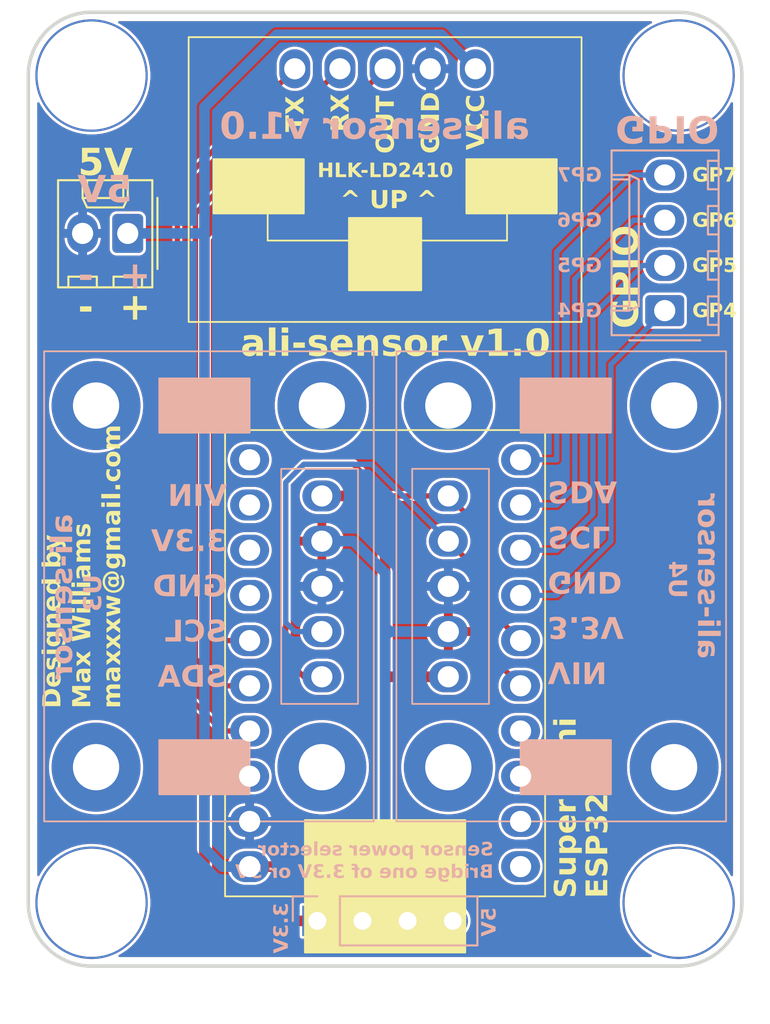
<source format=kicad_pcb>
(kicad_pcb (version 20241229) (generator "pcbnew") (generator_version "9.0")
  (layers (0 "F.Cu" signal) (2 "B.Cu" signal) (13 "F.Paste" user) (15 "B.Paste" user) (5 "F.SilkS" user "F.Silkscreen") (7 "B.SilkS" user "B.Silkscreen") (1 "F.Mask" user) (3 "B.Mask" user) (25 "Edge.Cuts" user))
  (net 0 "")
  (net 1 "+5V")
  (net 2 "+3.3V")
  (net 3 "GND")
  (net 5 "/+5V-sensor")
  (net 6 "/+3.3V-sensor")
  (net 8 "Net-(U1-GPIO20)")
  (net 11 "Net-(U1-GPIO18)")
  (net 13 "Net-(U1-GPIO19)")
  (net 14 "Net-(J2-Pin_1)")
  (net 15 "Net-(J2-Pin_4)")
  (net 16 "Net-(J2-Pin_3)")
  (net 17 "Net-(J2-Pin_2)")
  (net 20 "Net-(U1-GPIO3)")
  (net 21 "Net-(U1-GPIO2)")
  (footprint "MountingHole:MountingHole_3.2mm_M3" (layer "F.Cu") (at 168.91 80.01)
    (property "Reference" "H1" (hide yes))
    (property "Value" "MountingHole")
    (pad "" np_thru_hole circle (at 0 0) (size 3.2 3.2) (drill 3.2) (layers "*.Cu" "*.Mask"))
  )
  (footprint "ESP32-C6-Super_Mini:ESP32-C6" (layer "F.Cu") (at 160.02 101.6 180)
    (property "Reference" "U1" (hide yes))
    (property "Value" "Super Mini ESP32-C6")
    (fp_rect (start 3.1115 -27.686) (end 12.1285 -20.2438) (stroke (width 0.1)) (fill yes) (layer "F.SilkS"))
    (fp_rect (start -1.38 -24.53) (end 16.62 1.67) (stroke (width 0.1)) (fill no) (layer "F.SilkS"))
    (fp_text user "ESP32-C6" (at -5.08 -24.638 90) (layer "F.SilkS") (effects (font (size 1.2 1.2) (thickness 0.1)) (justify left bottom)))
    (fp_text user "Super Mini" (at -3.302 -24.638 90) (layer "F.SilkS") (effects (font (size 1.2 1.2) (thickness 0.1)) (justify left bottom)))
    (pad "1" thru_hole oval (at 0 -22.86 270) (size 1.74 2.19) (drill 1.19) (layers "*.Cu" "*.Mask"))
    (pad "2" thru_hole oval (at 0 -20.32 270) (size 1.74 2.19) (drill 1.19) (layers "*.Cu" "*.Mask"))
    (pad "3" thru_hole oval (at 0 -17.78 270) (size 1.74 2.19) (drill 1.19) (layers "*.Cu" "*.Mask"))
    (pad "4" thru_hole oval (at 0 -15.24 270) (size 1.74 2.19) (drill 1.19) (layers "*.Cu" "*.Mask"))
    (pad "5" thru_hole oval (at 0 -12.7 270) (size 1.74 2.19) (drill 1.19) (layers "*.Cu" "*.Mask") (net 21 "Net-(U1-GPIO2)"))
    (pad "6" thru_hole oval (at 0 -10.16 270) (size 1.74 2.19) (drill 1.19) (layers "*.Cu" "*.Mask") (net 20 "Net-(U1-GPIO3)"))
    (pad "7" thru_hole oval (at 0 -7.62 270) (size 1.74 2.19) (drill 1.19) (layers "*.Cu" "*.Mask") (net 14 "Net-(J2-Pin_1)"))
    (pad "8" thru_hole oval (at 0 -5.08 270) (size 1.74 2.19) (drill 1.19) (layers "*.Cu" "*.Mask") (net 17 "Net-(J2-Pin_2)"))
    (pad "9" thru_hole oval (at 0 -2.54 270) (size 1.74 2.19) (drill 1.19) (layers "*.Cu" "*.Mask") (net 16 "Net-(J2-Pin_3)"))
    (pad "10" thru_hole oval (at 0 0 270) (size 1.74 2.19) (drill 1.19) (layers "*.Cu" "*.Mask") (net 15 "Net-(J2-Pin_4)"))
    (pad "11" thru_hole oval (at 15.24 -22.86 270) (size 1.74 2.19) (drill 1.19) (layers "*.Cu" "*.Mask") (net 1 "+5V"))
    (pad "12" thru_hole oval (at 15.24 -20.32 270) (size 1.74 2.19) (drill 1.19) (layers "*.Cu" "*.Mask") (net 3 "GND"))
    (pad "13" thru_hole oval (at 15.24 -17.78 270) (size 1.74 2.19) (drill 1.19) (layers "*.Cu" "*.Mask") (net 2 "+3.3V"))
    (pad "14" thru_hole oval (at 15.24 -15.24 270) (size 1.74 2.19) (drill 1.19) (layers "*.Cu" "*.Mask") (net 8 "Net-(U1-GPIO20)"))
    (pad "15" thru_hole oval (at 15.24 -12.7 270) (size 1.74 2.19) (drill 1.19) (layers "*.Cu" "*.Mask") (net 13 "Net-(U1-GPIO19)"))
    (pad "16" thru_hole oval (at 15.24 -10.16 270) (size 1.74 2.19) (drill 1.19) (layers "*.Cu" "*.Mask") (net 11 "Net-(U1-GPIO18)"))
    (pad "17" thru_hole oval (at 15.24 -7.62 270) (size 1.74 2.19) (drill 1.19) (layers "*.Cu" "*.Mask"))
    (pad "18" thru_hole oval (at 15.24 -5.08 270) (size 1.74 2.19) (drill 1.19) (layers "*.Cu" "*.Mask"))
    (pad "19" thru_hole oval (at 15.24 -2.54 270) (size 1.74 2.19) (drill 1.19) (layers "*.Cu" "*.Mask"))
    (pad "20" thru_hole oval (at 15.24 0 270) (size 1.74 2.19) (drill 1.19) (layers "*.Cu" "*.Mask"))
  )
  (footprint "Connector_Molex:Molex_KK-254_AE-6410-02A_1x02_P2.54mm_Vertical" (layer "F.Cu") (at 137.927 88.88 180)
    (property "Reference" "J3" (hide yes))
    (property "Value" "Power")
    (fp_line (start 3.92 2.99) (end 3.92 -3.03) (stroke (width 0.12)) (layer "F.SilkS"))
    (fp_line (start 3.92 -3.03) (end -1.38 -3.03) (stroke (width 0.12)) (layer "F.SilkS"))
    (fp_line (start 3.34 -2.43) (end 3.34 -3.03) (stroke (width 0.12)) (layer "F.SilkS"))
    (fp_line (start 2.54 1.99) (end 2.54 2.99) (stroke (width 0.12)) (layer "F.SilkS"))
    (fp_line (start 2.29 2.99) (end 2.29 1.99) (stroke (width 0.12)) (layer "F.SilkS"))
    (fp_line (start 2.29 1.46) (end 2.54 1.99) (stroke (width 0.12)) (layer "F.SilkS"))
    (fp_line (start 1.74 -2.43) (end 3.34 -2.43) (stroke (width 0.12)) (layer "F.SilkS"))
    (fp_line (start 1.74 -3.03) (end 1.74 -2.43) (stroke (width 0.12)) (layer "F.SilkS"))
    (fp_line (start 0.8 -2.43) (end 0.8 -3.03) (stroke (width 0.12)) (layer "F.SilkS"))
    (fp_line (start 0.25 2.99) (end 0.25 1.99) (stroke (width 0.12)) (layer "F.SilkS"))
    (fp_line (start 0.25 1.46) (end 2.29 1.46) (stroke (width 0.12)) (layer "F.SilkS"))
    (fp_line (start 0 2.99) (end 0 1.99) (stroke (width 0.12)) (layer "F.SilkS"))
    (fp_line (start 0 1.99) (end 2.54 1.99) (stroke (width 0.12)) (layer "F.SilkS"))
    (fp_line (start 0 1.99) (end 0.25 1.46) (stroke (width 0.12)) (layer "F.SilkS"))
    (fp_line (start -0.8 -2.43) (end 0.8 -2.43) (stroke (width 0.12)) (layer "F.SilkS"))
    (fp_line (start -0.8 -3.03) (end -0.8 -2.43) (stroke (width 0.12)) (layer "F.SilkS"))
    (fp_line (start -1.38 2.99) (end 3.92 2.99) (stroke (width 0.12)) (layer "F.SilkS"))
    (fp_line (start -1.38 -3.03) (end -1.38 2.99) (stroke (width 0.12)) (layer "F.SilkS"))
    (fp_line (start -1.67 -2) (end -1.67 2) (stroke (width 0.12)) (layer "F.SilkS"))
    (pad "1" thru_hole roundrect (at 0 0 180) (size 1.74 2.19) (drill 1.19) (layers "*.Cu" "*.Mask") (roundrect_rratio 0.143678) (net 1 "+5V"))
    (pad "2" thru_hole oval (at 2.54 0 180) (size 1.74 2.19) (drill 1.19) (layers "*.Cu" "*.Mask") (net 3 "GND"))
  )
  (footprint "MountingHole:MountingHole_3.2mm_M3" (layer "F.Cu") (at 168.91 126.492)
    (property "Reference" "H3" (hide yes))
    (property "Value" "MountingHole")
    (pad "" np_thru_hole circle (at 0 0) (size 3.2 3.2) (drill 3.2) (layers "*.Cu" "*.Mask"))
  )
  (footprint "HLK-LD2410:HLK-LD2410C" (layer "F.Cu") (at 152.4 86.233)
    (property "Reference" "U2" (hide yes))
    (property "Value" "HLK-LD2410")
    (fp_line (start -6.604 3.048) (end -6.604 1.016) (stroke (width 0.1)) (layer "F.SilkS"))
    (fp_line (start -2.032 3.048) (end -6.604 3.048) (stroke (width 0.1)) (layer "F.SilkS"))
    (fp_line (start 2.032 3.048) (end 6.858 3.048) (stroke (width 0.1)) (layer "F.SilkS"))
    (fp_line (start 6.858 3.048) (end 6.858 1.016) (stroke (width 0.1)) (layer "F.SilkS"))
    (fp_rect (start -11.049 -8.382) (end 11.049 7.62) (stroke (width 0.1)) (fill no) (layer "F.SilkS"))
    (fp_rect (start -9.652 -1.524) (end -4.572 1.524) (stroke (width 0.1)) (fill yes) (layer "F.SilkS"))
    (fp_rect (start -2.032 1.778) (end 2.032 5.842) (stroke (width 0.1)) (fill yes) (layer "F.SilkS"))
    (fp_rect (start 4.572 -1.524) (end 9.652 1.524) (stroke (width 0.1)) (fill yes) (layer "F.SilkS"))
    (fp_text user "GND" (at 3.2004 -1.8288 90) (layer "F.SilkS") (effects (font (thickness 0.1)) (justify left bottom)))
    (fp_text user "VCC" (at 5.7404 -2.032 90) (layer "F.SilkS") (effects (font (thickness 0.1)) (justify left bottom)))
    (fp_text user "TX" (at -4.4196 -3.048 90) (layer "F.SilkS") (effects (font (thickness 0.1)) (justify left bottom)))
    (fp_text user "RX" (at -1.8796 -3.048 90) (layer "F.SilkS") (effects (font (thickness 0.1)) (justify left bottom)))
    (fp_text user "HLK-LD2410" (at -3.81 -0.381 0) (layer "F.SilkS") (effects (font (size 0.8 0.8) (thickness 0.1)) (justify left bottom)))
    (fp_text user "OUT" (at 0.6604 -1.8288 90) (layer "F.SilkS") (effects (font (thickness 0.1)) (justify left bottom)))
    (fp_text user "^ UP ^" (at -2.54 1.397 0) (layer "F.SilkS") (effects (font (thickness 0.1)) (justify left bottom)))
    (pad "1" thru_hole oval (at -5.08 -6.604 180) (size 1.74 2.19) (drill 1.19) (layers "*.Cu" "*.Mask") (net 8 "Net-(U1-GPIO20)"))
    (pad "2" thru_hole oval (at -2.54 -6.604 180) (size 1.74 2.19) (drill 1.19) (layers "*.Cu" "*.Mask") (net 13 "Net-(U1-GPIO19)"))
    (pad "3" thru_hole oval (at 0 -6.604 180) (size 1.74 2.19) (drill 1.19) (layers "*.Cu" "*.Mask") (net 11 "Net-(U1-GPIO18)"))
    (pad "4" thru_hole oval (at 2.54 -6.604 180) (size 1.74 2.19) (drill 1.19) (layers "*.Cu" "*.Mask") (net 3 "GND"))
    (pad "5" thru_hole oval (at 5.08 -6.604 180) (size 1.74 2.19) (drill 1.19) (layers "*.Cu" "*.Mask") (net 1 "+5V"))
  )
  (footprint "MountingHole:MountingHole_3.2mm_M3" (layer "F.Cu") (at 135.89 126.492)
    (property "Reference" "H2" (hide yes))
    (property "Value" "MountingHole")
    (pad "" np_thru_hole circle (at 0 0) (size 3.2 3.2) (drill 3.2) (layers "*.Cu" "*.Mask"))
  )
  (footprint "MountingHole:MountingHole_3.2mm_M3" (layer "F.Cu") (at 135.89 80.01)
    (property "Reference" "H4" (hide yes))
    (property "Value" "MountingHole")
    (pad "" np_thru_hole circle (at 0 0) (size 3.2 3.2) (drill 3.2) (layers "*.Cu" "*.Mask"))
  )
  (footprint "ali-sensor:ali-sensor" (layer "B.Cu") (at 142.24 108.712 -90)
    (property "Reference" "U3" (at 0.381 6.223 90) (layer "B.SilkS") (effects (font (thickness 0.1)) (justify mirror)))
    (property "Value" "ali-sensor")
    (fp_rect (start -13.208 9.017) (end 13.208 -9.525) (stroke (width 0.1)) (fill no) (layer "B.SilkS"))
    (fp_rect (start -11.684 2.54) (end -8.636 -2.54) (stroke (width 0.1)) (fill yes) (layer "B.SilkS"))
    (fp_rect (start 8.636 2.54) (end 11.684 -2.54) (stroke (width 0.1)) (fill yes) (layer "B.SilkS"))
    (fp_rect (start -6.604 -4.318) (end 6.604 -8.636) (stroke (width 0.1)) (fill no) (layer "B.SilkS"))
    (fp_text user "SCL" (at 3.302 -1.27 0) (layer "B.SilkS") (effects (font (size 1.2 1.2) (thickness 0.1)) (justify left bottom mirror)))
    (fp_text user "GND" (at 0.762 -1.27 0) (layer "B.SilkS") (effects (font (size 1.2 1.2) (thickness 0.1)) (justify left bottom mirror)))
    (fp_text user "SDA" (at 5.842 -1.27 0) (layer "B.SilkS") (effects (font (size 1.2 1.2) (thickness 0.1)) (justify left bottom mirror)))
    (fp_text user "VIN" (at -4.318 -1.27 0) (layer "B.SilkS") (effects (font (size 1.2 1.2) (thickness 0.1)) (justify left bottom mirror)))
    (fp_text user "ali-sensor" (at -4.064 7.239 90) (layer "B.SilkS") (effects (font (size 1.2 1.2) (thickness 0.1)) (justify left bottom mirror)))
    (fp_text user "3.3V" (at -1.778 -1.27 0) (layer "B.SilkS") (effects (font (size 1.2 1.2) (thickness 0.1)) (justify left bottom mirror)))
    (pad "" thru_hole circle (at -10.16 -6.604 180) (size 5 5) (drill 2.6) (layers "*.Cu" "*.Mask"))
    (pad "" thru_hole circle (at -10.16 6.096 270) (size 5 5) (drill 2.6) (layers "*.Cu" "*.Mask"))
    (pad "" thru_hole circle (at 10.16 -6.604 270) (size 5 5) (drill 2.6) (layers "*.Cu" "*.Mask"))
    (pad "" thru_hole circle (at 10.16 6.096 270) (size 5 5) (drill 2.6) (layers "*.Cu" "*.Mask"))
    (pad "1" thru_hole oval (at -5.08 -6.604 90) (size 1.74 2.19) (drill 1.19) (layers "*.Cu" "*.Mask") (net 5 "/+5V-sensor"))
    (pad "2" thru_hole oval (at -2.54 -6.604 90) (size 1.74 2.19) (drill 1.19) (layers "*.Cu" "*.Mask") (net 6 "/+3.3V-sensor"))
    (pad "3" thru_hole oval (at 0 -6.604 90) (size 1.74 2.19) (drill 1.19) (layers "*.Cu" "*.Mask") (net 3 "GND"))
    (pad "4" thru_hole oval (at 2.54 -6.604 90) (size 1.74 2.19) (drill 1.19) (layers "*.Cu" "*.Mask") (net 21 "Net-(U1-GPIO2)"))
    (pad "5" thru_hole oval (at 5.08 -6.604 90) (size 1.74 2.19) (drill 1.19) (layers "*.Cu" "*.Mask") (net 20 "Net-(U1-GPIO3)"))
  )
  (footprint "Connector_PinHeader_2.54mm:PinHeader_1x04_P2.54mm_Vertical" (layer "B.Cu") (at 148.59 127.508 -90)
    (property "Reference" "J1" (hide yes))
    (property "Value" "Power Selector")
    (fp_line (start -1.38 1.38) (end 0 1.38) (stroke (width 0.12)) (layer "B.SilkS"))
    (fp_line (start -1.38 0) (end -1.38 1.38) (stroke (width 0.12)) (layer "B.SilkS"))
    (fp_line (start -1.38 -1.27) (end 1.38 -1.27) (stroke (width 0.12)) (layer "B.SilkS"))
    (fp_line (start -1.38 -1.27) (end -1.38 -9) (stroke (width 0.12)) (layer "B.SilkS"))
    (fp_line (start 1.38 -1.27) (end 1.38 -9) (stroke (width 0.12)) (layer "B.SilkS"))
    (fp_line (start -1.38 -9) (end 1.38 -9) (stroke (width 0.12)) (layer "B.SilkS"))
    (pad "1" thru_hole rect (at 0 0 270) (size 1.7 1.7) (drill 1) (layers "*.Cu" "*.Mask") (net 2 "+3.3V"))
    (pad "2" thru_hole circle (at 0 -2.54 270) (size 1.7 1.7) (drill 1) (layers "*.Cu" "*.Mask") (net 6 "/+3.3V-sensor"))
    (pad "3" thru_hole circle (at 0 -5.08 270) (size 1.7 1.7) (drill 1) (layers "*.Cu" "*.Mask") (net 1 "+5V"))
    (pad "4" thru_hole circle (at 0 -7.62 270) (size 1.7 1.7) (drill 1) (layers "*.Cu" "*.Mask") (net 5 "/+5V-sensor"))
  )
  (footprint "Connector_Molex:Molex_KK-254_AE-6410-04A_1x04_P2.54mm_Vertical" (layer "B.Cu") (at 168.128 93.218 90)
    (property "Reference" "J2" (hide yes))
    (property "Value" "GPIO")
    (fp_line (start 9 -2.99) (end 9 3.03) (stroke (width 0.12)) (layer "B.SilkS"))
    (fp_line (start 7.37 -2.99) (end 7.37 -1.99) (stroke (width 0.12)) (layer "B.SilkS"))
    (fp_line (start 0.25 -2.99) (end 0.25 -1.99) (stroke (width 0.12)) (layer "B.SilkS"))
    (fp_line (start 0 -2.99) (end 0 -1.99) (stroke (width 0.12)) (layer "B.SilkS"))
    (fp_line (start -1.38 -2.99) (end 9 -2.99) (stroke (width 0.12)) (layer "B.SilkS"))
    (fp_line (start 7.62 -1.99) (end 7.62 -2.99) (stroke (width 0.12)) (layer "B.SilkS"))
    (fp_line (start 0 -1.99) (end 7.62 -1.99) (stroke (width 0.12)) (layer "B.SilkS"))
    (fp_line (start 0 -1.99) (end 0.25 -1.46) (stroke (width 0.12)) (layer "B.SilkS"))
    (fp_line (start 7.37 -1.46) (end 7.62 -1.99) (stroke (width 0.12)) (layer "B.SilkS"))
    (fp_line (start 0.25 -1.46) (end 7.37 -1.46) (stroke (width 0.12)) (layer "B.SilkS"))
    (fp_line (start -1.67 2) (end -1.67 -2) (stroke (width 0.12)) (layer "B.SilkS"))
    (fp_line (start 8.42 2.43) (end 8.42 3.03) (stroke (width 0.12)) (layer "B.SilkS"))
    (fp_line (start 6.82 2.43) (end 8.42 2.43) (stroke (width 0.12)) (layer "B.SilkS"))
    (fp_line (start 5.88 2.43) (end 5.88 3.03) (stroke (width 0.12)) (layer "B.SilkS"))
    (fp_line (start 4.28 2.43) (end 5.88 2.43) (stroke (width 0.12)) (layer "B.SilkS"))
    (fp_line (start 3.34 2.43) (end 3.34 3.03) (stroke (width 0.12)) (layer "B.SilkS"))
    (fp_line (start 1.74 2.43) (end 3.34 2.43) (stroke (width 0.12)) (layer "B.SilkS"))
    (fp_line (start 0.8 2.43) (end 0.8 3.03) (stroke (width 0.12)) (layer "B.SilkS"))
    (fp_line (start -0.8 2.43) (end 0.8 2.43) (stroke (width 0.12)) (layer "B.SilkS"))
    (fp_line (start 9 3.03) (end -1.38 3.03) (stroke (width 0.12)) (layer "B.SilkS"))
    (fp_line (start 6.82 3.03) (end 6.82 2.43) (stroke (width 0.12)) (layer "B.SilkS"))
    (fp_line (start 4.28 3.03) (end 4.28 2.43) (stroke (width 0.12)) (layer "B.SilkS"))
    (fp_line (start 1.74 3.03) (end 1.74 2.43) (stroke (width 0.12)) (layer "B.SilkS"))
    (fp_line (start -0.8 3.03) (end -0.8 2.43) (stroke (width 0.12)) (layer "B.SilkS"))
    (fp_line (start -1.38 3.03) (end -1.38 -2.99) (stroke (width 0.12)) (layer "B.SilkS"))
    (pad "1" thru_hole roundrect (at 0 0 90) (size 1.74 2.19) (drill 1.19) (layers "*.Cu" "*.Mask") (roundrect_rratio 0.143678) (net 14 "Net-(J2-Pin_1)"))
    (pad "2" thru_hole oval (at 2.54 0 90) (size 1.74 2.19) (drill 1.19) (layers "*.Cu" "*.Mask") (net 17 "Net-(J2-Pin_2)"))
    (pad "3" thru_hole oval (at 5.08 0 90) (size 1.74 2.19) (drill 1.19) (layers "*.Cu" "*.Mask") (net 16 "Net-(J2-Pin_3)"))
    (pad "4" thru_hole oval (at 7.62 0 90) (size 1.74 2.19) (drill 1.19) (layers "*.Cu" "*.Mask") (net 15 "Net-(J2-Pin_4)"))
  )
  (footprint "ali-sensor:ali-sensor" (layer "B.Cu") (at 162.56 108.712 90)
    (property "Reference" "U4" (at 0.381 6.223 270) (layer "B.SilkS") (effects (font (thickness 0.1)) (justify mirror)))
    (property "Value" "ali-sensor")
    (fp_rect (start -6.604 -4.318) (end 6.604 -8.636) (stroke (width 0.1)) (fill no) (layer "B.SilkS"))
    (fp_rect (start 8.636 2.54) (end 11.684 -2.54) (stroke (width 0.1)) (fill yes) (layer "B.SilkS"))
    (fp_rect (start -11.684 2.54) (end -8.636 -2.54) (stroke (width 0.1)) (fill yes) (layer "B.SilkS"))
    (fp_rect (start -13.208 9.017) (end 13.208 -9.525) (stroke (width 0.1)) (fill no) (layer "B.SilkS"))
    (fp_text user "SCL" (at 3.556 -1.016 180) (layer "B.SilkS") (effects (font (size 1.2 1.2) (thickness 0.1)) (justify left bottom mirror)))
    (fp_text user "VIN" (at -4.064 -1.016 180) (layer "B.SilkS") (effects (font (size 1.2 1.2) (thickness 0.1)) (justify left bottom mirror)))
    (fp_text user "SDA" (at 6.096 -1.016 180) (layer "B.SilkS") (effects (font (size 1.2 1.2) (thickness 0.1)) (justify left bottom mirror)))
    (fp_text user "ali-sensor" (at -4.064 7.239 270) (layer "B.SilkS") (effects (font (size 1.2 1.2) (thickness 0.1)) (justify left bottom mirror)))
    (fp_text user "3.3V" (at -1.524 -1.016 180) (layer "B.SilkS") (effects (font (size 1.2 1.2) (thickness 0.1)) (justify left bottom mirror)))
    (fp_text user "GND" (at 1.016 -1.016 180) (layer "B.SilkS") (effects (font (size 1.2 1.2) (thickness 0.1)) (justify left bottom mirror)))
    (pad "" thru_hole circle (at -10.16 -6.604) (size 5 5) (drill 2.6) (layers "*.Cu" "*.Mask"))
    (pad "" thru_hole circle (at -10.16 6.096 90) (size 5 5) (drill 2.6) (layers "*.Cu" "*.Mask"))
    (pad "" thru_hole circle (at 10.16 -6.604 90) (size 5 5) (drill 2.6) (layers "*.Cu" "*.Mask"))
    (pad "" thru_hole circle (at 10.16 6.096 90) (size 5 5) (drill 2.6) (layers "*.Cu" "*.Mask"))
    (pad "1" thru_hole oval (at -5.08 -6.604 270) (size 1.74 2.19) (drill 1.19) (layers "*.Cu" "*.Mask") (net 5 "/+5V-sensor"))
    (pad "2" thru_hole oval (at -2.54 -6.604 270) (size 1.74 2.19) (drill 1.19) (layers "*.Cu" "*.Mask") (net 6 "/+3.3V-sensor"))
    (pad "3" thru_hole oval (at 0 -6.604 270) (size 1.74 2.19) (drill 1.19) (layers "*.Cu" "*.Mask") (net 3 "GND"))
    (pad "4" thru_hole oval (at 2.54 -6.604 270) (size 1.74 2.19) (drill 1.19) (layers "*.Cu" "*.Mask") (net 21 "Net-(U1-GPIO2)"))
    (pad "5" thru_hole oval (at 5.08 -6.604 270) (size 1.74 2.19) (drill 1.19) (layers "*.Cu" "*.Mask") (net 20 "Net-(U1-GPIO3)"))
  )
  (gr_circle (center 135.89 80.01) (end 138.99 80.01) (stroke (width 0.12)) (fill no) (layer "F.Cu"))
  (gr_circle (center 168.91 80.01) (end 172.01 80.01) (stroke (width 0.12)) (fill no) (layer "F.Cu"))
  (gr_circle (center 135.89 126.492) (end 138.99 126.492) (stroke (width 0.12)) (fill no) (layer "F.Cu"))
  (gr_circle (center 168.91 126.492) (end 172.01 126.492) (stroke (width 0.12)) (fill no) (layer "F.Cu"))
  (gr_circle (center 168.91 80.01) (end 172.01 80.01) (stroke (width 0.12)) (fill no) (layer "B.Cu"))
  (gr_circle (center 168.91 126.492) (end 172.01 126.492) (stroke (width 0.12)) (fill no) (layer "B.Cu"))
  (gr_circle (center 135.89 80.01) (end 138.99 80.01) (stroke (width 0.12)) (fill no) (layer "B.Cu"))
  (gr_circle (center 135.89 126.492) (end 138.99 126.492) (stroke (width 0.12)) (fill no) (layer "B.Cu"))
  (gr_arc (start 135.89 130.048) (mid 133.375528 129.006472) (end 132.334 126.492) (stroke (width 0.2)) (layer "Edge.Cuts"))
  (gr_line (start 132.334 80.01) (end 132.334 126.492) (stroke (width 0.2)) (layer "Edge.Cuts"))
  (gr_line (start 172.466 80.01) (end 172.466 126.492) (stroke (width 0.2)) (layer "Edge.Cuts"))
  (gr_arc (start 168.91 76.454) (mid 171.424472 77.495528) (end 172.466 80.01) (stroke (width 0.2)) (layer "Edge.Cuts"))
  (gr_line (start 135.89 130.048) (end 168.91 130.048) (stroke (width 0.2)) (layer "Edge.Cuts"))
  (gr_arc (start 132.334 80.01) (mid 133.375528 77.495528) (end 135.89 76.454) (stroke (width 0.2)) (layer "Edge.Cuts"))
  (gr_line (start 135.89 76.454) (end 168.91 76.454) (stroke (width 0.2)) (layer "Edge.Cuts"))
  (gr_arc (start 172.466 126.492) (mid 171.424472 129.006472) (end 168.91 130.048) (stroke (width 0.2)) (layer "Edge.Cuts"))
  (gr_text "5V" (at 135.128 85.852 0) (layer "F.SilkS") (effects (font (size 1.5 1.5) (thickness 0.3) (bold yes)) (justify left bottom)))
  (gr_text "GP4" (at 169.672 93.726 0) (layer "F.SilkS") (effects (font (size 0.8 0.8) (thickness 0.15) (bold yes)) (justify left bottom)))
  (gr_text "ali-sensor v1.0" (at 144.272 96.012 0) (layer "F.SilkS") (effects (font (size 1.5 1.5) (thickness 0.3) (bold yes)) (justify left bottom)))
  (gr_text "Designed by\nMax Williams\nmaxxxw@gmail.com" (at 137.668 115.57 90) (layer "F.SilkS") (effects (font (size 1 1) (thickness 0.25) (bold yes)) (justify left bottom)))
  (gr_text "GP7" (at 169.672 86.106 0) (layer "F.SilkS") (effects (font (size 0.8 0.8) (thickness 0.15) (bold yes)) (justify left bottom)))
  (gr_text "GPIO" (at 166.878 94.234 90) (layer "F.SilkS") (effects (font (size 1.5 1.5) (thickness 0.3) (bold yes)) (justify left bottom)))
  (gr_text "GP6" (at 169.672 88.646 0) (layer "F.SilkS") (effects (font (size 0.8 0.8) (thickness 0.15) (bold yes)) (justify left bottom)))
  (gr_text "-  +" (at 135.128 93.98 0) (layer "F.SilkS") (effects (font (size 1.5 1.5) (thickness 0.3) (bold yes)) (justify left bottom)))
  (gr_text "GP5" (at 169.672 91.186 0) (layer "F.SilkS") (effects (font (size 0.8 0.8) (thickness 0.15) (bold yes)) (justify left bottom)))
  (gr_text "5V" (at 138.176 87.376 0) (layer "B.SilkS") (effects (font (size 1.5 1.5) (thickness 0.3) (bold yes)) (justify left bottom mirror)))
  (gr_text "GPIO" (at 165.354 82.042 180) (layer "B.SilkS") (effects (font (size 1.5 1.5) (thickness 0.3) (bold yes)) (justify left bottom mirror)))
  (gr_text "3.3V" (at 147.066 126.492 90) (layer "B.SilkS") (effects (font (size 0.8 0.8) (thickness 0.15) (bold yes)) (justify left bottom mirror)))
  (gr_text "-  +" (at 135.128 92.202 0) (layer "B.SilkS") (effects (font (size 1.5 1.5) (thickness 0.3) (bold yes)) (justify left bottom)))
  (gr_text "GP4" (at 164.592 93.726 0) (layer "B.SilkS") (effects (font (size 0.8 0.8) (thickness 0.15) (bold yes)) (justify left bottom mirror)))
  (gr_text "GP5" (at 164.592 91.186 0) (layer "B.SilkS") (effects (font (size 0.8 0.8) (thickness 0.15) (bold yes)) (justify left bottom mirror)))
  (gr_text "GP7" (at 164.592 86.106 0) (layer "B.SilkS") (effects (font (size 0.8 0.8) (thickness 0.15) (bold yes)) (justify left bottom mirror)))
  (gr_text "ali-sensor v1.0" (at 160.528 83.82 0) (layer "B.SilkS") (effects (font (size 1.5 1.5) (thickness 0.3) (bold yes)) (justify left bottom mirror)))
  (gr_text "GP6" (at 164.592 88.646 0) (layer "B.SilkS") (effects (font (size 0.8 0.8) (thickness 0.15) (bold yes)) (justify left bottom mirror)))
  (gr_text "Sensor power selector\nBridge one of 3.3V or 5V\n" (at 158.496 125.222 0) (layer "B.SilkS") (effects (font (size 0.75 0.75) (thickness 0.15) (bold yes)) (justify left bottom mirror)))
  (gr_text "5V" (at 158.75 126.746 90) (layer "B.SilkS") (effects (font (size 0.8 0.8) (thickness 0.15) (bold yes)) (justify left bottom mirror)))
  (segment (start 150.622 124.46) (end 153.67 127.508) (width 0.6) (layer "F.Cu") (net 1))
  (segment (start 144.78 124.46) (end 150.622 124.46) (width 0.6) (layer "F.Cu") (net 1))
  (segment (start 142.24 81.788) (end 142.24 88.9) (width 0.6) (layer "B.Cu") (net 1))
  (segment (start 146.304 77.724) (end 142.24 81.788) (width 0.6) (layer "B.Cu") (net 1))
  (segment (start 157.48 79.629) (end 155.575 77.724) (width 0.6) (layer "B.Cu") (net 1))
  (segment (start 155.575 77.724) (end 146.304 77.724) (width 0.6) (layer "B.Cu") (net 1))
  (segment (start 137.927 88.88) (end 142.22 88.88) (width 0.6) (layer "B.Cu") (net 1))
  (segment (start 142.24 123.444) (end 143.256 124.46) (width 0.6) (layer "B.Cu") (net 1))
  (segment (start 142.22 88.88) (end 142.24 88.9) (width 0.6) (layer "B.Cu") (net 1))
  (segment (start 143.256 124.46) (end 144.78 124.46) (width 0.6) (layer "B.Cu") (net 1))
  (segment (start 142.24 88.9) (end 142.24 123.444) (width 0.6) (layer "B.Cu") (net 1))
  (segment (start 143.256 119.38) (end 142.24 120.396) (width 0.6) (layer "F.Cu") (net 2))
  (segment (start 142.24 120.396) (end 142.24 124.968) (width 0.6) (layer "F.Cu") (net 2))
  (segment (start 144.78 119.38) (end 143.256 119.38) (width 0.6) (layer "F.Cu") (net 2))
  (segment (start 144.78 127.508) (end 148.59 127.508) (width 0.6) (layer "F.Cu") (net 2))
  (segment (start 142.24 124.968) (end 144.78 127.508) (width 0.6) (layer "F.Cu") (net 2))
  (segment (start 155.956 113.792) (end 152.4 113.792) (width 0.6) (layer "F.Cu") (net 5))
  (segment (start 152.4 123.698) (end 152.4 113.792) (width 0.6) (layer "F.Cu") (net 5))
  (segment (start 152.4 105.41) (end 150.622 103.632) (width 0.6) (layer "F.Cu") (net 5))
  (segment (start 156.21 127.508) (end 152.4 123.698) (width 0.6) (layer "F.Cu") (net 5))
  (segment (start 152.4 113.792) (end 152.4 105.41) (width 0.6) (layer "F.Cu") (net 5))
  (segment (start 150.622 103.632) (end 148.844 103.632) (width 0.6) (layer "F.Cu") (net 5))
  (segment (start 151.13 125.73) (end 152.4 124.46) (width 0.6) (layer "B.Cu") (net 6))
  (segment (start 152.4 111.252) (end 152.4 107.95) (width 0.6) (layer "B.Cu") (net 6))
  (segment (start 150.622 106.172) (end 148.844 106.172) (width 0.6) (layer "B.Cu") (net 6))
  (segment (start 152.4 124.46) (end 152.4 111.252) (width 0.6) (layer "B.Cu") (net 6))
  (segment (start 151.13 127.508) (end 151.13 125.73) (width 0.6) (layer "B.Cu") (net 6))
  (segment (start 155.956 111.252) (end 152.4 111.252) (width 0.6) (layer "B.Cu") (net 6))
  (segment (start 152.4 107.95) (end 150.622 106.172) (width 0.6) (layer "B.Cu") (net 6))
  (segment (start 143.256 116.84) (end 143.895768 116.84) (width 0.3) (layer "F.Cu") (net 8))
  (segment (start 143.895768 116.84) (end 144.273768 116.462) (width 0.3) (layer "F.Cu") (net 8))
  (segment (start 140.716 86.233) (end 140.716 114.3) (width 0.3) (layer "F.Cu") (net 8))
  (segment (start 140.716 114.3) (end 143.256 116.84) (width 0.3) (layer "F.Cu") (net 8))
  (segment (start 147.32 79.629) (end 140.716 86.233) (width 0.3) (layer "F.Cu") (net 8))
  (segment (start 142.748 89.281) (end 142.748 111.252) (width 0.3) (layer "F.Cu") (net 11))
  (segment (start 152.4 79.629) (end 142.748 89.281) (width 0.3) (layer "F.Cu") (net 11))
  (segment (start 143.256 111.76) (end 144.78 111.76) (width 0.3) (layer "F.Cu") (net 11))
  (segment (start 142.748 111.252) (end 143.256 111.76) (width 0.3) (layer "F.Cu") (net 11))
  (segment (start 149.86 79.629) (end 149.86 80.391) (width 0.2) (layer "F.Cu") (net 13))
  (segment (start 144.78 114.3) (end 143.256 114.3) (width 0.3) (layer "F.Cu") (net 13))
  (segment (start 143.256 114.3) (end 141.732 112.776) (width 0.3) (layer "F.Cu") (net 13))
  (segment (start 141.732 112.776) (end 141.732 87.757) (width 0.3) (layer "F.Cu") (net 13))
  (segment (start 141.732 87.757) (end 149.86 79.629) (width 0.3) (layer "F.Cu") (net 13))
  (segment (start 165.1 96.246) (end 165.1 106.172) (width 0.3) (layer "B.Cu") (net 14))
  (segment (start 160.348232 109.22) (end 160.184116 109.055884) (width 0.3) (layer "B.Cu") (net 14))
  (segment (start 162.052 109.22) (end 160.348232 109.22) (width 0.3) (layer "B.Cu") (net 14))
  (segment (start 165.1 106.172) (end 162.052 109.22) (width 0.3) (layer "B.Cu") (net 14))
  (segment (start 168.128 93.218) (end 165.1 96.246) (width 0.3) (layer "B.Cu") (net 14))
  (segment (start 168.128 85.598) (end 166.37 85.598) (width 0.3) (layer "B.Cu") (net 15))
  (segment (start 162.052 101.6) (end 160.02 101.6) (width 0.3) (layer "B.Cu") (net 15))
  (segment (start 162.052 89.916) (end 162.052 101.6) (width 0.3) (layer "B.Cu") (net 15))
  (segment (start 166.37 85.598) (end 162.052 89.916) (width 0.3) (layer "B.Cu") (net 15))
  (segment (start 166.37 88.138) (end 168.128 88.138) (width 0.3) (layer "B.Cu") (net 16))
  (segment (start 163.068 103.124) (end 163.068 91.44) (width 0.3) (layer "B.Cu") (net 16))
  (segment (start 163.068 91.44) (end 166.37 88.138) (width 0.3) (layer "B.Cu") (net 16))
  (segment (start 160.02 104.14) (end 162.052 104.14) (width 0.3) (layer "B.Cu") (net 16))
  (segment (start 162.052 104.14) (end 163.068 103.124) (width 0.3) (layer "B.Cu") (net 16))
  (segment (start 162.052 106.68) (end 160.02 106.68) (width 0.3) (layer "B.Cu") (net 17))
  (segment (start 164.084 93.472) (end 164.084 104.648) (width 0.3) (layer "B.Cu") (net 17))
  (segment (start 166.878 90.678) (end 164.084 93.472) (width 0.3) (layer "B.Cu") (net 17))
  (segment (start 164.084 104.648) (end 162.052 106.68) (width 0.3) (layer "B.Cu") (net 17))
  (segment (start 168.128 90.678) (end 166.878 90.678) (width 0.3) (layer "B.Cu") (net 17))
  (segment (start 158.335 106.011) (end 155.956 103.632) (width 0.3) (layer "F.Cu") (net 20))
  (segment (start 150.622 101.854) (end 152.4 103.632) (width 0.3) (layer "F.Cu") (net 20))
  (segment (start 146.812 112.776) (end 146.812 102.87) (width 0.3) (layer "F.Cu") (net 20))
  (segment (start 146.812 102.87) (end 147.828 101.854) (width 0.3) (layer "F.Cu") (net 20))
  (segment (start 152.4 103.632) (end 155.956 103.632) (width 0.3) (layer "F.Cu") (net 20))
  (segment (start 158.335 110.075) (end 158.335 106.011) (width 0.3) (layer "F.Cu") (net 20))
  (segment (start 147.828 101.854) (end 150.622 101.854) (width 0.3) (layer "F.Cu") (net 20))
  (segment (start 147.828 113.792) (end 146.812 112.776) (width 0.3) (layer "F.Cu") (net 20))
  (segment (start 160.02 111.76) (end 158.335 110.075) (width 0.3) (layer "F.Cu") (net 20))
  (segment (start 148.844 113.792) (end 147.828 113.792) (width 0.3) (layer "F.Cu") (net 20))
  (segment (start 160.02 114.3) (end 157.734 112.014) (width 0.3) (layer "F.Cu") (net 21))
  (segment (start 157.734 107.95) (end 155.956 106.172) (width 0.3) (layer "F.Cu") (net 21))
  (segment (start 157.734 112.014) (end 157.734 107.95) (width 0.3) (layer "F.Cu") (net 21))
  (segment (start 148.844 111.252) (end 147.32 111.252) (width 0.3) (layer "B.Cu") (net 21))
  (segment (start 147.32 111.252) (end 146.812 110.744) (width 0.3) (layer "B.Cu") (net 21))
  (segment (start 151.638 101.854) (end 155.956 106.172) (width 0.3) (layer "B.Cu") (net 21))
  (segment (start 147.828 101.854) (end 151.638 101.854) (width 0.3) (layer "B.Cu") (net 21))
  (segment (start 146.812 102.87) (end 147.828 101.854) (width 0.3) (layer "B.Cu") (net 21))
  (segment (start 146.812 110.744) (end 146.812 102.87) (width 0.3) (layer "B.Cu") (net 21))
  (zone (net 6) (net_name "/+3.3V-sensor") (layers "F.Cu" "B.Cu") (connect_pads (clearance 0.127)) (min_thickness 0.127) (fill yes (thermal_gap 0.15) (thermal_bridge_width 0.5))
    (polygon (pts (xy 132.588 76.708) (xy 132.588 129.54) (xy 172.212 129.54) (xy 172.212 76.708)))
  )
  (zone (net 3) (net_name "GND") (layer "B.Cu") (priority 1) (connect_pads (clearance 0.127)) (min_thickness 0.127) (fill yes (thermal_gap 0.15) (thermal_bridge_width 0.5))
    (polygon (pts (xy 172.212 76.708) (xy 132.588 76.708) (xy 132.588 129.54) (xy 172.212 129.54)))
  )
)
</source>
